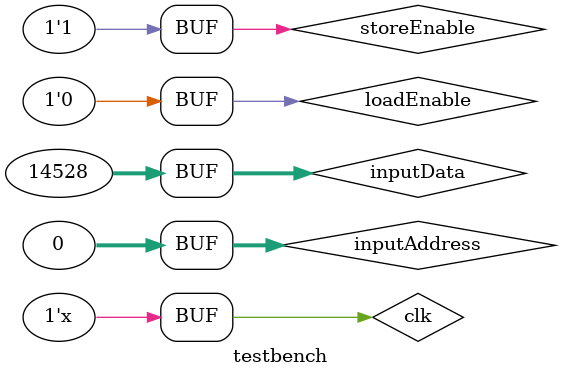
<source format=v>
`timescale 1ns / 1ps


module testbench;

reg [31:0] inputAddress, inputData;
reg loadEnable, storeEnable, clk;
wire [31:0] dataOut;
wire storeCompleted;
wire ready;
wire valid;


cache_and_ram tb(
	.inputAddress(inputAddress),
	.inputData(inputData),
	.loadEnable(loadEnable),
	.storeEnable(storeEnable),
	.clk(clk),
	.dataOut(dataOut),
	.storeCompleted(storeCompleted),
    .readyWire(ready),

    .validWire(valid)
    );


initial
begin
	clk = 1'b1;
	inputAddress =0;			// 0
	inputData =    32'b00000000000000000000000000000001;			// 14528
	loadEnable= 1'b1;
	storeEnable=1'b0;
	
	#200
	inputAddress = 32'b00000000000000000000000000001100;			// 0
	inputData =    32'b00000000000000000000000000000010;			// 14528
	loadEnable= 1'b1;
	storeEnable=1'b0;
	
//	#200
//    inputAddress = 32'b00000000000000000000000000000000;			// 0
//	inputData =    32'b00000000000000000000000000000011;			// 14528
//	loadEnable= 1'b1;
//	storeEnable=1'b0;

//	#200
//	inputAddress = 32'b00000000000000000000000001010100;			// 0
//	inputData =    32'b00000000000000000000000000000100;			// 14528
//	loadEnable= 1'b1;
//	storeEnable=1'b0;

//	#200
//	inputAddress = 32'b00000000000000000000000010000000;			// 0
//	inputData =    32'b00000000000000000011100011000000;			// 14528
//	loadEnable= 1'b1;
//	storeEnable=1'b0;

	#200
	inputAddress = 32'b00000000000000000000000001000000;			// 0
	inputData =    32'b00000000000000000011100011000000;			// 14528
	loadEnable= 1'b1;
	storeEnable=1'b0;
	
	#200
	inputAddress = 32'b00000000000000000000000000000000;			// 0
	inputData =    32'b00000000000000000011100011000000;			// 14528
	loadEnable= 1'b1;
	storeEnable=1'b0;
		
	#200
	inputAddress = 32'b00000000000000000000000000000000;			// 0
	inputData =    32'b00000000000000000011100011000000;			// 14528
	loadEnable= 1'b0;
	storeEnable=1'b1;
end

initial
$monitor("address = %d data = %d mode = %d out = %d", inputAddress % 4096, inputData, loadEnable,storeEnable,valid,ready, dataOut,storeCompleted);

always #25 clk = ~clk;

endmodule 

</source>
